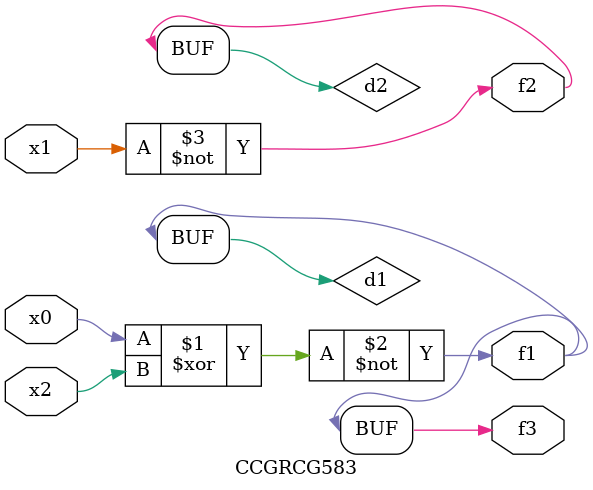
<source format=v>
module CCGRCG583(
	input x0, x1, x2,
	output f1, f2, f3
);

	wire d1, d2, d3;

	xnor (d1, x0, x2);
	nand (d2, x1);
	nor (d3, x1, x2);
	assign f1 = d1;
	assign f2 = d2;
	assign f3 = d1;
endmodule

</source>
